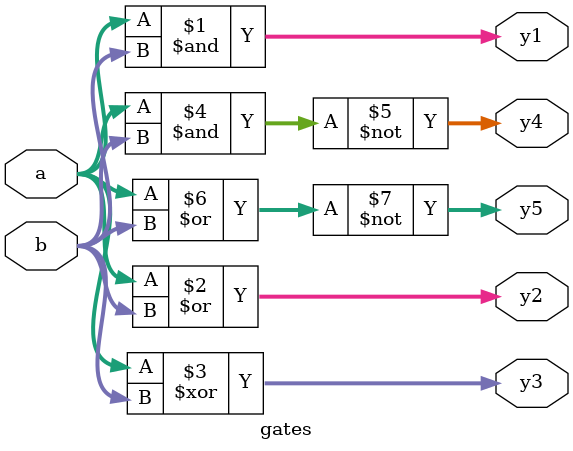
<source format=sv>
module gates(
  input  logic [3:0] a, b,
  output logic [3:0] y1, y2, y3, y4, y5
);

  assign y1 = a & b;    // AND
  assign y2 = a | b;    // OR
  assign y3 = a ^ b;    // XOR
  assign y4 = ~(a & b); // NAND
  assign y5 = ~(a | b); // NOR

  // We call a, b, y1 are **operands** and `&`, `|`, `^`, `~` are operators.
  // A complete command such as `a & b` is called an expression and
  // `assign y1 = a & b` is called statements. Continuous statements end with
  // semicolons. Whenever the inputs on the right side of the = in
  // a continuous assignment statement change, the output on the left side is
  // re-computed.
  //
  // Thus, continuous statements describe combination logic.

endmodule

</source>
